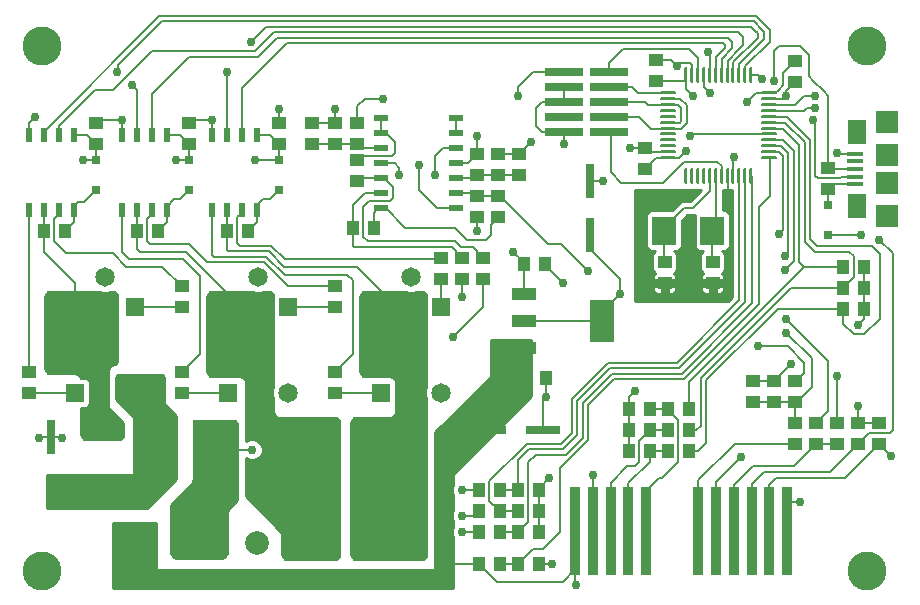
<source format=gtl>
G04 (created by PCBNEW-RS274X (2012-01-19 BZR 3256)-stable) date 11/6/2012 2:02:58 AM*
G01*
G70*
G90*
%MOIN*%
G04 Gerber Fmt 3.4, Leading zero omitted, Abs format*
%FSLAX34Y34*%
G04 APERTURE LIST*
%ADD10C,0.008000*%
%ADD11R,0.053100X0.015700*%
%ADD12R,0.063000X0.082700*%
%ADD13R,0.074800X0.074800*%
%ADD14R,0.060000X0.060000*%
%ADD15C,0.065000*%
%ADD16R,0.080000X0.144000*%
%ADD17R,0.080000X0.040000*%
%ADD18R,0.030000X0.030000*%
%ADD19R,0.020000X0.045000*%
%ADD20R,0.045000X0.020000*%
%ADD21R,0.045000X0.040000*%
%ADD22R,0.040000X0.045000*%
%ADD23O,0.010000X0.055100*%
%ADD24O,0.055100X0.010000*%
%ADD25R,0.078700X0.094500*%
%ADD26R,0.033500X0.295300*%
%ADD27C,0.078700*%
%ADD28R,0.125000X0.030000*%
%ADD29C,0.130000*%
%ADD30R,0.150000X0.200000*%
%ADD31R,0.031500X0.114200*%
%ADD32R,0.114200X0.031500*%
%ADD33C,0.030000*%
%ADD34C,0.010000*%
G04 APERTURE END LIST*
G54D10*
G54D11*
X63337Y-34862D03*
X63337Y-34606D03*
X63337Y-34350D03*
X63337Y-34094D03*
X63337Y-33838D03*
G54D12*
X63396Y-35570D03*
X63396Y-33130D03*
G54D13*
X64400Y-34822D03*
X64400Y-33878D03*
X64400Y-32775D03*
X64400Y-35925D03*
G54D14*
X44450Y-38950D03*
G54D15*
X43450Y-37950D03*
X42450Y-38950D03*
G54D14*
X37350Y-41800D03*
G54D15*
X38350Y-42800D03*
X39350Y-41800D03*
G54D14*
X39350Y-38950D03*
G54D15*
X38350Y-37950D03*
X37350Y-38950D03*
G54D14*
X42450Y-41800D03*
G54D15*
X43450Y-42800D03*
X44450Y-41800D03*
G54D14*
X49550Y-38950D03*
G54D15*
X48550Y-37950D03*
X47550Y-38950D03*
G54D14*
X47550Y-41800D03*
G54D15*
X48550Y-42800D03*
X49550Y-41800D03*
G54D16*
X54900Y-39400D03*
G54D17*
X52300Y-39400D03*
X52300Y-40300D03*
X52300Y-38500D03*
G54D18*
X44150Y-34050D03*
X44150Y-35050D03*
X41150Y-34050D03*
X41150Y-35050D03*
X38050Y-34050D03*
X38050Y-35050D03*
G54D19*
X37300Y-35700D03*
X36800Y-35700D03*
X36300Y-35700D03*
X35800Y-35700D03*
X35800Y-33200D03*
X36300Y-33200D03*
X36800Y-33200D03*
X37300Y-33200D03*
X40400Y-35700D03*
X39900Y-35700D03*
X39400Y-35700D03*
X38900Y-35700D03*
X38900Y-33200D03*
X39400Y-33200D03*
X39900Y-33200D03*
X40400Y-33200D03*
X43400Y-35700D03*
X42900Y-35700D03*
X42400Y-35700D03*
X41900Y-35700D03*
X41900Y-33200D03*
X42400Y-33200D03*
X42900Y-33200D03*
X43400Y-33200D03*
G54D20*
X50050Y-35650D03*
X50050Y-35150D03*
X50050Y-34650D03*
X50050Y-34150D03*
X50050Y-33650D03*
X50050Y-33150D03*
X50050Y-32650D03*
X47550Y-32650D03*
X47550Y-33150D03*
X47550Y-34150D03*
X47550Y-34650D03*
X47550Y-35150D03*
X47550Y-35650D03*
X47550Y-33650D03*
G54D21*
X51450Y-34550D03*
X51450Y-33850D03*
X50750Y-33850D03*
X50750Y-34550D03*
G54D22*
X55800Y-42350D03*
X56500Y-42350D03*
G54D21*
X40900Y-38250D03*
X40900Y-38950D03*
G54D22*
X55800Y-43750D03*
X56500Y-43750D03*
G54D21*
X62450Y-34300D03*
X62450Y-35000D03*
G54D22*
X55800Y-43050D03*
X56500Y-43050D03*
X57100Y-43050D03*
X57800Y-43050D03*
X57100Y-43750D03*
X57800Y-43750D03*
X57100Y-42350D03*
X57800Y-42350D03*
X52800Y-47500D03*
X52100Y-47500D03*
X50800Y-47500D03*
X51500Y-47500D03*
G54D21*
X51450Y-35950D03*
X51450Y-35250D03*
X46750Y-34750D03*
X46750Y-34050D03*
G54D22*
X46600Y-36300D03*
X47300Y-36300D03*
X52350Y-41300D03*
X53050Y-41300D03*
G54D21*
X35800Y-41100D03*
X35800Y-41800D03*
X46000Y-38250D03*
X46000Y-38950D03*
X40900Y-41100D03*
X40900Y-41800D03*
X49550Y-37300D03*
X49550Y-38000D03*
X46000Y-41100D03*
X46000Y-41800D03*
X46750Y-32800D03*
X46750Y-33500D03*
X46000Y-33500D03*
X46000Y-32800D03*
X50950Y-38000D03*
X50950Y-37300D03*
X50250Y-38000D03*
X50250Y-37300D03*
G54D22*
X53000Y-37500D03*
X52300Y-37500D03*
G54D21*
X58600Y-38150D03*
X58600Y-37450D03*
G54D22*
X62950Y-38300D03*
X63650Y-38300D03*
X62950Y-39000D03*
X63650Y-39000D03*
X62950Y-37600D03*
X63650Y-37600D03*
G54D21*
X52150Y-34550D03*
X52150Y-33850D03*
X50750Y-35250D03*
X50750Y-35950D03*
G54D22*
X37000Y-36400D03*
X36300Y-36400D03*
X40100Y-36400D03*
X39400Y-36400D03*
X43100Y-36400D03*
X42400Y-36400D03*
G54D21*
X45250Y-33500D03*
X45250Y-32800D03*
X57000Y-38150D03*
X57000Y-37450D03*
X62750Y-43500D03*
X62750Y-42800D03*
X60650Y-42100D03*
X60650Y-41400D03*
G54D22*
X52800Y-46450D03*
X52100Y-46450D03*
G54D21*
X64150Y-42800D03*
X64150Y-43500D03*
X61350Y-43500D03*
X61350Y-42800D03*
X63450Y-42800D03*
X63450Y-43500D03*
X61350Y-41400D03*
X61350Y-42100D03*
X59950Y-42100D03*
X59950Y-41400D03*
G54D22*
X50800Y-45750D03*
X51500Y-45750D03*
X52800Y-45750D03*
X52100Y-45750D03*
G54D21*
X62050Y-43500D03*
X62050Y-42800D03*
G54D22*
X50800Y-45050D03*
X51500Y-45050D03*
X52800Y-45050D03*
X52100Y-45050D03*
X50800Y-46450D03*
X51500Y-46450D03*
G54D23*
X57717Y-34573D03*
X57914Y-34573D03*
X58111Y-34573D03*
X58308Y-34573D03*
X58505Y-34573D03*
X58702Y-34573D03*
X58898Y-34573D03*
X59095Y-34573D03*
X59292Y-34573D03*
X59489Y-34573D03*
X59686Y-34573D03*
X59883Y-34573D03*
G54D24*
X60473Y-33983D03*
X60473Y-33786D03*
X60473Y-33589D03*
X60473Y-33392D03*
X60473Y-33195D03*
X60473Y-32998D03*
X60473Y-32802D03*
X60473Y-32605D03*
X60473Y-32408D03*
X60473Y-32211D03*
X60473Y-32014D03*
X60473Y-31817D03*
G54D23*
X59883Y-31227D03*
X59686Y-31227D03*
X59489Y-31227D03*
X59292Y-31227D03*
X59095Y-31227D03*
X58898Y-31227D03*
X58702Y-31227D03*
X58505Y-31227D03*
X58308Y-31227D03*
X58111Y-31227D03*
X57914Y-31227D03*
X57717Y-31227D03*
G54D24*
X57127Y-31817D03*
X57127Y-32014D03*
X57127Y-32211D03*
X57127Y-32408D03*
X57127Y-32605D03*
X57127Y-32802D03*
X57127Y-32998D03*
X57127Y-33195D03*
X57127Y-33392D03*
X57127Y-33589D03*
X57127Y-33786D03*
X57127Y-33983D03*
G54D25*
X58587Y-36400D03*
X56973Y-36400D03*
G54D26*
X58124Y-46402D03*
X58714Y-46402D03*
X59305Y-46402D03*
X59895Y-46402D03*
X60486Y-46402D03*
X61076Y-46402D03*
G54D27*
X39463Y-46800D03*
X41431Y-46800D03*
X43400Y-46800D03*
X45369Y-46800D03*
X47337Y-46800D03*
G54D26*
X54019Y-46402D03*
X54609Y-46402D03*
X55200Y-46402D03*
X55791Y-46402D03*
X56381Y-46402D03*
G54D28*
X53650Y-31100D03*
X55150Y-31100D03*
X53650Y-31600D03*
X55150Y-31600D03*
X53650Y-32100D03*
X55150Y-32100D03*
X53650Y-32600D03*
X55150Y-32600D03*
X53650Y-33100D03*
X55150Y-33100D03*
G54D29*
X36250Y-30250D03*
X36250Y-47750D03*
X63750Y-47750D03*
X63750Y-30250D03*
G54D30*
X42000Y-43700D03*
X40000Y-43700D03*
G54D18*
X62450Y-35550D03*
X62450Y-36550D03*
G54D31*
X54500Y-36556D03*
X54500Y-34744D03*
G54D32*
X51144Y-43050D03*
X52956Y-43050D03*
G54D31*
X36550Y-43294D03*
X36550Y-45106D03*
G54D21*
X38050Y-33500D03*
X38050Y-32800D03*
X41150Y-33500D03*
X41150Y-32800D03*
X44150Y-33500D03*
X44150Y-32800D03*
X56350Y-34350D03*
X56350Y-33650D03*
X61350Y-30750D03*
X61350Y-31450D03*
X56700Y-31400D03*
X56700Y-30700D03*
G54D33*
X54050Y-48200D03*
X36900Y-43300D03*
X36150Y-43300D03*
X63550Y-36550D03*
X40700Y-34050D03*
X43350Y-34050D03*
X37600Y-34050D03*
X50750Y-33250D03*
X59750Y-32100D03*
X55500Y-38500D03*
X57700Y-33750D03*
X63450Y-42250D03*
X57950Y-31900D03*
X47600Y-32000D03*
X56000Y-41750D03*
X52100Y-31900D03*
X60100Y-40250D03*
X59300Y-33950D03*
X53600Y-38150D03*
X54450Y-37750D03*
X57850Y-33250D03*
X38750Y-31100D03*
X39250Y-31550D03*
X42400Y-31100D03*
X43200Y-30100D03*
X61050Y-39800D03*
X60800Y-36500D03*
X48800Y-34200D03*
X60250Y-31350D03*
X61050Y-39350D03*
X61000Y-37700D03*
X55850Y-33650D03*
X49350Y-34550D03*
X57400Y-30900D03*
X36000Y-32600D03*
X54950Y-34750D03*
X53050Y-41950D03*
X61050Y-31900D03*
X56250Y-35500D03*
X43250Y-43700D03*
X62750Y-41250D03*
X53150Y-44650D03*
X48150Y-34550D03*
X50250Y-38600D03*
X51950Y-37100D03*
X56800Y-35350D03*
X46000Y-32350D03*
X63450Y-39550D03*
X54600Y-44550D03*
X62750Y-33800D03*
X41900Y-32700D03*
X38900Y-32700D03*
X44150Y-32350D03*
X53250Y-47500D03*
X61200Y-40850D03*
X50750Y-36400D03*
X53650Y-33500D03*
X52550Y-33450D03*
X61500Y-45450D03*
X62000Y-31900D03*
X64550Y-43900D03*
X64150Y-36700D03*
X62000Y-32300D03*
X49950Y-39950D03*
X61000Y-37250D03*
X59550Y-43950D03*
X50250Y-45900D03*
X50250Y-45050D03*
X50250Y-46450D03*
X58500Y-31800D03*
X60650Y-31400D03*
X61950Y-32700D03*
X58450Y-30450D03*
G54D10*
X54050Y-48200D02*
X54019Y-48169D01*
X36550Y-43294D02*
X36156Y-43294D01*
X36894Y-43294D02*
X36900Y-43300D01*
X62450Y-36550D02*
X63550Y-36550D01*
X54019Y-48169D02*
X54019Y-46402D01*
X36550Y-43294D02*
X36894Y-43294D01*
X50800Y-47500D02*
X49600Y-47500D01*
X44150Y-33500D02*
X44150Y-34050D01*
X40850Y-33200D02*
X41150Y-33500D01*
X37300Y-33200D02*
X37750Y-33200D01*
X37750Y-33200D02*
X38050Y-33500D01*
X51400Y-48100D02*
X50800Y-47500D01*
X41150Y-34050D02*
X40700Y-34050D01*
X41150Y-33500D02*
X41150Y-34050D01*
X38050Y-33500D02*
X38050Y-34050D01*
X43400Y-33200D02*
X43850Y-33200D01*
X43850Y-33200D02*
X44150Y-33500D01*
X40400Y-33200D02*
X40850Y-33200D01*
X54019Y-46402D02*
X54019Y-47681D01*
X54019Y-47681D02*
X53600Y-48100D01*
X53600Y-48100D02*
X51400Y-48100D01*
X44150Y-34050D02*
X43350Y-34050D01*
X38050Y-34050D02*
X37600Y-34050D01*
X36156Y-43294D02*
X36150Y-43300D01*
X57127Y-33983D02*
X56717Y-33983D01*
X56717Y-33983D02*
X56350Y-34350D01*
X57127Y-33983D02*
X57467Y-33983D01*
X55500Y-38000D02*
X55500Y-38500D01*
X60950Y-31550D02*
X60950Y-31150D01*
X60683Y-31817D02*
X60473Y-31817D01*
X61350Y-30750D02*
X60950Y-31150D01*
X57650Y-31400D02*
X57717Y-31333D01*
X54900Y-39100D02*
X54900Y-39400D01*
X57467Y-33983D02*
X57700Y-33750D01*
X54900Y-39100D02*
X55500Y-38500D01*
X57600Y-31400D02*
X57650Y-31400D01*
X57717Y-31667D02*
X57950Y-31900D01*
X50750Y-33850D02*
X50750Y-33250D01*
X60033Y-31817D02*
X59750Y-32100D01*
X53000Y-37550D02*
X53600Y-38150D01*
X46750Y-32800D02*
X46750Y-32250D01*
X60473Y-31817D02*
X60033Y-31817D01*
X60800Y-31700D02*
X60950Y-31550D01*
X60800Y-31700D02*
X60683Y-31817D01*
X54500Y-36556D02*
X54500Y-37000D01*
X59292Y-33958D02*
X59300Y-33950D01*
X47000Y-32000D02*
X47600Y-32000D01*
X57717Y-31333D02*
X57717Y-31227D01*
X46750Y-32250D02*
X47000Y-32000D01*
X52100Y-31600D02*
X52100Y-31900D01*
X61400Y-41400D02*
X61650Y-41150D01*
X55800Y-43750D02*
X55800Y-43050D01*
X53000Y-37500D02*
X53000Y-37550D01*
X59292Y-34573D02*
X59292Y-33958D01*
X55800Y-41950D02*
X56000Y-41750D01*
X61100Y-40250D02*
X60100Y-40250D01*
X55800Y-42350D02*
X55800Y-41950D01*
X52300Y-39400D02*
X54900Y-39400D01*
X50050Y-34150D02*
X50450Y-34150D01*
X55800Y-43050D02*
X55800Y-42350D01*
X52600Y-31100D02*
X52100Y-31600D01*
X63450Y-42800D02*
X64150Y-42800D01*
X56700Y-31400D02*
X57600Y-31400D01*
X54500Y-37000D02*
X55500Y-38000D01*
X63450Y-42800D02*
X63450Y-42250D01*
X53650Y-31100D02*
X52600Y-31100D01*
X61350Y-41400D02*
X61400Y-41400D01*
X61650Y-41150D02*
X61650Y-40800D01*
X57717Y-31227D02*
X57717Y-31667D01*
X50450Y-34150D02*
X50750Y-33850D01*
X61650Y-40800D02*
X61100Y-40250D01*
X63337Y-34862D02*
X62588Y-34862D01*
X62450Y-35550D02*
X62450Y-35000D01*
X62588Y-34862D02*
X62450Y-35000D01*
X51450Y-35250D02*
X51500Y-35250D01*
X51500Y-35250D02*
X53100Y-36850D01*
X50650Y-35150D02*
X50750Y-35250D01*
X53550Y-36850D02*
X54450Y-37750D01*
X53100Y-36850D02*
X53550Y-36850D01*
X57850Y-33250D02*
X57905Y-33195D01*
X50050Y-35150D02*
X50650Y-35150D01*
X57905Y-33195D02*
X60473Y-33195D01*
X51450Y-35250D02*
X50750Y-35250D01*
X53550Y-43500D02*
X53900Y-43150D01*
X52400Y-43500D02*
X53550Y-43500D01*
X55100Y-40800D02*
X57418Y-40800D01*
X51500Y-45750D02*
X51150Y-45400D01*
X57418Y-40800D02*
X59489Y-38729D01*
X53900Y-42000D02*
X55100Y-40800D01*
X51500Y-45750D02*
X52100Y-45750D01*
X53900Y-43150D02*
X53900Y-42000D01*
X51150Y-45400D02*
X51150Y-44750D01*
X51150Y-44750D02*
X52400Y-43500D01*
X59489Y-38729D02*
X59489Y-34573D01*
X52100Y-45050D02*
X51500Y-45050D01*
X52100Y-45050D02*
X52100Y-44058D01*
X59686Y-38790D02*
X57490Y-40986D01*
X59686Y-38790D02*
X59686Y-34573D01*
X52476Y-43682D02*
X53626Y-43682D01*
X54082Y-42076D02*
X55172Y-40986D01*
X54082Y-43226D02*
X54082Y-42076D01*
X53626Y-43682D02*
X54082Y-43226D01*
X55172Y-40986D02*
X57490Y-40986D01*
X52100Y-44058D02*
X52476Y-43682D01*
X52450Y-44114D02*
X52700Y-43864D01*
X52450Y-46100D02*
X52450Y-44114D01*
X59917Y-38817D02*
X59917Y-34607D01*
X52450Y-46100D02*
X52100Y-46450D01*
X57566Y-41168D02*
X59917Y-38817D01*
X54264Y-43302D02*
X53702Y-43864D01*
X54264Y-42152D02*
X55248Y-41168D01*
X54264Y-43302D02*
X54264Y-42152D01*
X52700Y-43864D02*
X53702Y-43864D01*
X51500Y-46450D02*
X52100Y-46450D01*
X59883Y-34573D02*
X59917Y-34607D01*
X57566Y-41168D02*
X55248Y-41168D01*
X54446Y-43378D02*
X54446Y-42228D01*
X54446Y-42228D02*
X55324Y-41350D01*
X53500Y-44324D02*
X54446Y-43378D01*
X53500Y-46450D02*
X53500Y-44324D01*
X52950Y-47000D02*
X53500Y-46450D01*
X60473Y-33983D02*
X60500Y-34010D01*
X60146Y-38846D02*
X60146Y-35604D01*
X52600Y-47000D02*
X52100Y-47500D01*
X57642Y-41350D02*
X60146Y-38846D01*
X60146Y-35604D02*
X60500Y-35250D01*
X55324Y-41350D02*
X57642Y-41350D01*
X52600Y-47000D02*
X52950Y-47000D01*
X60500Y-35250D02*
X60500Y-34010D01*
X51500Y-47500D02*
X52100Y-47500D01*
X59095Y-30731D02*
X59463Y-30363D01*
X59600Y-29950D02*
X59436Y-29786D01*
X36800Y-33200D02*
X36800Y-32900D01*
X39900Y-30400D02*
X38600Y-31700D01*
X59463Y-30363D02*
X59600Y-30226D01*
X59600Y-30226D02*
X59600Y-29950D01*
X43350Y-30400D02*
X39900Y-30400D01*
X38000Y-31700D02*
X36800Y-32900D01*
X59436Y-29786D02*
X58736Y-29786D01*
X43964Y-29786D02*
X43350Y-30400D01*
X59095Y-30731D02*
X59095Y-31227D01*
X38600Y-31700D02*
X38000Y-31700D01*
X58736Y-29786D02*
X43964Y-29786D01*
X40160Y-29240D02*
X36300Y-33100D01*
X59686Y-31227D02*
X59686Y-30914D01*
X59190Y-29240D02*
X40160Y-29240D01*
X59686Y-30914D02*
X60500Y-30100D01*
X60500Y-30100D02*
X60500Y-29700D01*
X60040Y-29240D02*
X59190Y-29240D01*
X60500Y-29700D02*
X60040Y-29240D01*
X36300Y-33100D02*
X36300Y-33200D01*
X59250Y-30318D02*
X59250Y-30118D01*
X58898Y-30670D02*
X59250Y-30318D01*
X58898Y-31227D02*
X58898Y-30670D01*
X39900Y-31850D02*
X39900Y-33200D01*
X58566Y-29968D02*
X44082Y-29968D01*
X41150Y-30600D02*
X39900Y-31850D01*
X43450Y-30600D02*
X41150Y-30600D01*
X44082Y-29968D02*
X43450Y-30600D01*
X59100Y-29968D02*
X58566Y-29968D01*
X59250Y-30118D02*
X59100Y-29968D01*
X38779Y-30879D02*
X38779Y-31071D01*
X38779Y-31071D02*
X38750Y-31100D01*
X59072Y-29422D02*
X40236Y-29422D01*
X59489Y-30853D02*
X59489Y-31227D01*
X40236Y-29422D02*
X38779Y-30879D01*
X60246Y-29704D02*
X59964Y-29422D01*
X60318Y-29776D02*
X60246Y-29704D01*
X60318Y-30000D02*
X60318Y-30024D01*
X60318Y-29800D02*
X60318Y-30000D01*
X60318Y-29800D02*
X60318Y-29776D01*
X60318Y-30024D02*
X60246Y-30096D01*
X59489Y-30853D02*
X59821Y-30521D01*
X59821Y-30521D02*
X60246Y-30096D01*
X59964Y-29422D02*
X59072Y-29422D01*
X39250Y-31550D02*
X39400Y-31700D01*
X39400Y-33200D02*
X39400Y-31700D01*
X58702Y-31227D02*
X58702Y-30608D01*
X44400Y-30150D02*
X42900Y-31650D01*
X58400Y-30150D02*
X44400Y-30150D01*
X42900Y-31650D02*
X42900Y-33200D01*
X58950Y-30150D02*
X58400Y-30150D01*
X59000Y-30200D02*
X58950Y-30150D01*
X59000Y-30310D02*
X59000Y-30200D01*
X58702Y-30608D02*
X59000Y-30310D01*
X58854Y-29604D02*
X43696Y-29604D01*
X59292Y-30792D02*
X59292Y-31227D01*
X59888Y-29604D02*
X60017Y-29733D01*
X42400Y-33200D02*
X42400Y-31100D01*
X59292Y-30792D02*
X60100Y-29984D01*
X43696Y-29604D02*
X43200Y-30100D01*
X59800Y-29604D02*
X59804Y-29604D01*
X60100Y-29984D02*
X60100Y-29816D01*
X58854Y-29604D02*
X59800Y-29604D01*
X60100Y-29816D02*
X60017Y-29733D01*
X59800Y-29604D02*
X59888Y-29604D01*
X61208Y-38300D02*
X62950Y-38300D01*
X63150Y-37100D02*
X63300Y-37250D01*
X62000Y-37100D02*
X63150Y-37100D01*
X58200Y-41308D02*
X61208Y-38300D01*
X63300Y-37950D02*
X62950Y-38300D01*
X63300Y-37950D02*
X63300Y-37250D01*
X60473Y-32802D02*
X61010Y-32802D01*
X58200Y-42900D02*
X58200Y-41308D01*
X61664Y-33456D02*
X61664Y-36764D01*
X58050Y-43050D02*
X58200Y-42900D01*
X57800Y-43050D02*
X58050Y-43050D01*
X61664Y-33456D02*
X61010Y-32802D01*
X61664Y-36764D02*
X62000Y-37100D01*
X61071Y-32605D02*
X61846Y-33380D01*
X62950Y-39000D02*
X62950Y-39500D01*
X64168Y-39332D02*
X63650Y-39850D01*
X61071Y-32605D02*
X60473Y-32605D01*
X61846Y-36688D02*
X62076Y-36918D01*
X64168Y-37168D02*
X64168Y-39332D01*
X61846Y-36688D02*
X61846Y-33380D01*
X63300Y-39850D02*
X62950Y-39500D01*
X58382Y-41384D02*
X60766Y-39000D01*
X57800Y-43750D02*
X58100Y-43750D01*
X58100Y-43750D02*
X58382Y-43468D01*
X60766Y-39000D02*
X62950Y-39000D01*
X63918Y-36918D02*
X64168Y-37168D01*
X62076Y-36918D02*
X63918Y-36918D01*
X58382Y-43468D02*
X58382Y-41384D01*
X63650Y-39850D02*
X63300Y-39850D01*
X60473Y-32998D02*
X60948Y-32998D01*
X57800Y-41450D02*
X61650Y-37600D01*
X61482Y-33532D02*
X60948Y-32998D01*
X61482Y-37432D02*
X61650Y-37600D01*
X61650Y-37600D02*
X62950Y-37600D01*
X57800Y-42350D02*
X57800Y-41450D01*
X61482Y-33532D02*
X61482Y-37432D01*
X61400Y-42100D02*
X61900Y-41600D01*
X61350Y-42800D02*
X61350Y-42100D01*
X60800Y-36500D02*
X60936Y-36364D01*
X61350Y-42100D02*
X60650Y-42100D01*
X61900Y-40650D02*
X61050Y-39800D01*
X60820Y-33786D02*
X60473Y-33786D01*
X61900Y-41600D02*
X61900Y-40650D01*
X60936Y-33902D02*
X60820Y-33786D01*
X60650Y-42100D02*
X59950Y-42100D01*
X61350Y-42100D02*
X61400Y-42100D01*
X60936Y-36364D02*
X60936Y-33902D01*
X60250Y-31350D02*
X60127Y-31227D01*
X49400Y-35650D02*
X48800Y-35050D01*
X49400Y-35650D02*
X50050Y-35650D01*
X60127Y-31227D02*
X59883Y-31227D01*
X48800Y-35050D02*
X48800Y-34200D01*
X62050Y-42800D02*
X62450Y-42400D01*
X61300Y-33750D02*
X60942Y-33392D01*
X60942Y-33392D02*
X60473Y-33392D01*
X62450Y-42400D02*
X62450Y-40750D01*
X62450Y-40750D02*
X61050Y-39350D01*
X61000Y-37700D02*
X61300Y-37400D01*
X61300Y-37400D02*
X61300Y-33750D01*
X56350Y-33650D02*
X55850Y-33650D01*
X57127Y-33786D02*
X56486Y-33786D01*
X56486Y-33786D02*
X56350Y-33650D01*
X54500Y-34744D02*
X54944Y-34744D01*
X57200Y-30700D02*
X57400Y-30900D01*
X57500Y-30800D02*
X57400Y-30900D01*
X54944Y-34744D02*
X54950Y-34750D01*
X53650Y-32100D02*
X52900Y-32100D01*
X62750Y-42800D02*
X62750Y-41250D01*
X57914Y-30864D02*
X57850Y-30800D01*
X57914Y-30864D02*
X57914Y-31227D01*
X57850Y-30800D02*
X57500Y-30800D01*
X56700Y-30700D02*
X57200Y-30700D01*
X50250Y-38000D02*
X50250Y-38600D01*
X52700Y-32300D02*
X52700Y-32900D01*
X53050Y-41950D02*
X53050Y-41300D01*
X61050Y-31750D02*
X61350Y-31450D01*
X60473Y-32014D02*
X60936Y-32014D01*
X60936Y-32014D02*
X61050Y-31900D01*
X63650Y-37600D02*
X63650Y-38300D01*
X52150Y-33850D02*
X52550Y-33450D01*
X52900Y-33100D02*
X53650Y-33100D01*
X53650Y-31600D02*
X53650Y-32100D01*
X59200Y-35600D02*
X59200Y-37850D01*
X49600Y-33650D02*
X49350Y-33900D01*
X58900Y-38150D02*
X58600Y-38150D01*
X52300Y-37450D02*
X51950Y-37100D01*
X50750Y-35950D02*
X50750Y-36400D01*
X48150Y-34300D02*
X48150Y-34550D01*
X48000Y-34150D02*
X48150Y-34300D01*
X52800Y-47500D02*
X53250Y-47500D01*
X57000Y-38150D02*
X56400Y-38150D01*
X52956Y-43050D02*
X52956Y-42044D01*
X52800Y-45750D02*
X52800Y-45050D01*
X63650Y-38300D02*
X63650Y-39000D01*
X56250Y-38000D02*
X56250Y-35500D01*
X59095Y-34573D02*
X59095Y-35495D01*
X59200Y-37850D02*
X58900Y-38150D01*
X44150Y-32800D02*
X44150Y-32350D01*
X59095Y-35495D02*
X59200Y-35600D01*
X52956Y-42044D02*
X53050Y-41950D01*
X49350Y-33900D02*
X49350Y-34550D01*
X46000Y-32800D02*
X45250Y-32800D01*
X60650Y-41400D02*
X61200Y-40850D01*
X54609Y-46402D02*
X54609Y-44559D01*
X61076Y-46402D02*
X61076Y-45574D01*
X63650Y-39350D02*
X63450Y-39550D01*
X54609Y-44559D02*
X54600Y-44550D01*
X63650Y-39000D02*
X63650Y-39350D01*
X38150Y-32700D02*
X38900Y-32700D01*
X41900Y-32700D02*
X41900Y-33200D01*
X62788Y-33838D02*
X62750Y-33800D01*
X63337Y-33838D02*
X62788Y-33838D01*
X41250Y-32700D02*
X41900Y-32700D01*
X38050Y-32800D02*
X38150Y-32700D01*
X38900Y-32700D02*
X38900Y-33200D01*
X52700Y-32900D02*
X52900Y-33100D01*
X47550Y-34150D02*
X48000Y-34150D01*
X61050Y-31900D02*
X61050Y-31750D01*
X41150Y-32800D02*
X41250Y-32700D01*
X35800Y-33200D02*
X35800Y-32800D01*
X50050Y-33650D02*
X49600Y-33650D01*
X52800Y-46450D02*
X52800Y-45750D01*
X52800Y-45000D02*
X53150Y-44650D01*
X59950Y-41400D02*
X60650Y-41400D01*
X52900Y-32100D02*
X52700Y-32300D01*
X52300Y-38500D02*
X52300Y-37500D01*
X46000Y-32800D02*
X46000Y-32350D01*
X51450Y-33850D02*
X52150Y-33850D01*
X52800Y-45050D02*
X52800Y-45000D01*
X53650Y-33100D02*
X53650Y-33500D01*
X52300Y-37500D02*
X52300Y-37450D01*
X61076Y-45574D02*
X61200Y-45450D01*
X61200Y-45450D02*
X61500Y-45450D01*
X43250Y-43700D02*
X42000Y-43700D01*
X56400Y-38150D02*
X56250Y-38000D01*
X35800Y-32800D02*
X36000Y-32600D01*
X60473Y-32211D02*
X61339Y-32211D01*
X64550Y-43900D02*
X64150Y-43500D01*
X60486Y-44864D02*
X60700Y-44650D01*
X63000Y-44650D02*
X64150Y-43500D01*
X60700Y-44650D02*
X63000Y-44650D01*
X60486Y-46402D02*
X60486Y-44864D01*
X62000Y-31900D02*
X61650Y-31900D01*
X61400Y-32150D02*
X61350Y-32200D01*
X61650Y-31900D02*
X61400Y-32150D01*
X61339Y-32211D02*
X61350Y-32200D01*
X63450Y-43500D02*
X63800Y-43150D01*
X59895Y-46402D02*
X59895Y-44855D01*
X60300Y-44450D02*
X62500Y-44450D01*
X59895Y-44855D02*
X60300Y-44450D01*
X64600Y-43050D02*
X64600Y-37150D01*
X61642Y-32408D02*
X60473Y-32408D01*
X62000Y-32300D02*
X61750Y-32300D01*
X61750Y-32300D02*
X61642Y-32408D01*
X63800Y-43150D02*
X64500Y-43150D01*
X62500Y-44450D02*
X63450Y-43500D01*
X64600Y-37150D02*
X64150Y-36700D01*
X64500Y-43150D02*
X64600Y-43050D01*
X55200Y-46402D02*
X55200Y-44800D01*
X55200Y-44800D02*
X55750Y-44250D01*
X56000Y-44250D02*
X56150Y-44100D01*
X56150Y-44100D02*
X56150Y-43400D01*
X56150Y-43400D02*
X56500Y-43050D01*
X56500Y-43050D02*
X57100Y-43050D01*
X55750Y-44250D02*
X56000Y-44250D01*
X56500Y-43750D02*
X57100Y-43750D01*
X55791Y-46402D02*
X55791Y-44809D01*
X55791Y-44809D02*
X56500Y-44100D01*
X56500Y-44100D02*
X56500Y-43750D01*
X57450Y-44100D02*
X57450Y-42700D01*
X57450Y-42700D02*
X57100Y-42350D01*
X56900Y-44650D02*
X57450Y-44100D01*
X56800Y-44650D02*
X56900Y-44650D01*
X56381Y-45069D02*
X56800Y-44650D01*
X57100Y-42350D02*
X56500Y-42350D01*
X56381Y-46402D02*
X56381Y-45069D01*
X58124Y-44726D02*
X59350Y-43500D01*
X58124Y-46402D02*
X58124Y-44726D01*
X59350Y-43500D02*
X61350Y-43500D01*
X50950Y-38950D02*
X50950Y-38000D01*
X49950Y-39950D02*
X50950Y-38950D01*
X46900Y-33650D02*
X46750Y-33500D01*
X47550Y-33650D02*
X46900Y-33650D01*
X46000Y-33500D02*
X46750Y-33500D01*
X45250Y-33500D02*
X46000Y-33500D01*
X51450Y-34550D02*
X52150Y-34550D01*
X50750Y-34550D02*
X51450Y-34550D01*
X50050Y-34650D02*
X50650Y-34650D01*
X50650Y-34650D02*
X50750Y-34550D01*
X43726Y-37268D02*
X44329Y-37871D01*
X46600Y-40500D02*
X46000Y-41100D01*
X41968Y-37268D02*
X43726Y-37268D01*
X41900Y-35700D02*
X41900Y-37200D01*
X46421Y-37871D02*
X46600Y-38050D01*
X44329Y-37871D02*
X46421Y-37871D01*
X41900Y-37200D02*
X41968Y-37268D01*
X46600Y-38050D02*
X46600Y-40500D01*
X46000Y-41800D02*
X47550Y-41800D01*
X49550Y-38000D02*
X49550Y-38950D01*
X57560Y-32998D02*
X57127Y-32998D01*
X57127Y-32014D02*
X57522Y-32014D01*
X55150Y-32600D02*
X56150Y-32600D01*
X57732Y-32224D02*
X57732Y-32826D01*
X56548Y-32998D02*
X57127Y-32998D01*
X57522Y-32014D02*
X57732Y-32224D01*
X56150Y-32600D02*
X56548Y-32998D01*
X57732Y-32826D02*
X57560Y-32998D01*
X35800Y-35700D02*
X35800Y-41100D01*
X37350Y-41800D02*
X35800Y-41800D01*
X38600Y-37150D02*
X39050Y-37600D01*
X37050Y-37150D02*
X38600Y-37150D01*
X36800Y-35850D02*
X36650Y-36000D01*
X39050Y-37600D02*
X40250Y-37600D01*
X36650Y-36750D02*
X37050Y-37150D01*
X40250Y-37600D02*
X40900Y-38250D01*
X36650Y-36000D02*
X36650Y-36750D01*
X36800Y-35700D02*
X36800Y-35850D01*
X40900Y-38950D02*
X39350Y-38950D01*
X42900Y-35800D02*
X42750Y-35950D01*
X42850Y-36900D02*
X43874Y-36900D01*
X49487Y-37363D02*
X49550Y-37300D01*
X43874Y-36900D02*
X44337Y-37363D01*
X42750Y-35950D02*
X42750Y-36800D01*
X44337Y-37363D02*
X49487Y-37363D01*
X42750Y-36800D02*
X42850Y-36900D01*
X42900Y-35700D02*
X42900Y-35800D01*
X41500Y-37900D02*
X41500Y-40500D01*
X40950Y-37350D02*
X41500Y-37900D01*
X41500Y-40500D02*
X40900Y-41100D01*
X39150Y-37350D02*
X40950Y-37350D01*
X38900Y-37100D02*
X39150Y-37350D01*
X38900Y-35700D02*
X38900Y-37100D01*
X40650Y-35350D02*
X40400Y-35600D01*
X41150Y-35050D02*
X40850Y-35350D01*
X40400Y-35600D02*
X40400Y-35700D01*
X40850Y-35350D02*
X40650Y-35350D01*
X40100Y-36400D02*
X40400Y-36100D01*
X40400Y-36100D02*
X40400Y-35700D01*
X43650Y-37450D02*
X44450Y-38250D01*
X41750Y-37450D02*
X43650Y-37450D01*
X39750Y-36750D02*
X39850Y-36850D01*
X39900Y-35850D02*
X39750Y-36000D01*
X44450Y-38250D02*
X46000Y-38250D01*
X39850Y-36850D02*
X41150Y-36850D01*
X39900Y-35700D02*
X39900Y-35850D01*
X41150Y-36850D02*
X41750Y-37450D01*
X39750Y-36000D02*
X39750Y-36750D01*
X46000Y-38950D02*
X44450Y-38950D01*
X40900Y-41800D02*
X42450Y-41800D01*
X56117Y-31817D02*
X57127Y-31817D01*
X55900Y-31600D02*
X56117Y-31817D01*
X55150Y-31600D02*
X55900Y-31600D01*
X51200Y-36200D02*
X51450Y-35950D01*
X47300Y-36300D02*
X47300Y-35800D01*
X50000Y-36300D02*
X50400Y-36700D01*
X47300Y-35800D02*
X47450Y-35650D01*
X47450Y-35650D02*
X47550Y-35650D01*
X50400Y-36700D02*
X51050Y-36700D01*
X47700Y-35650D02*
X48350Y-36300D01*
X48350Y-36300D02*
X50000Y-36300D01*
X51200Y-36550D02*
X51200Y-36200D01*
X51050Y-36700D02*
X51200Y-36550D01*
X47550Y-35650D02*
X47700Y-35650D01*
X46950Y-36600D02*
X46950Y-35600D01*
X47850Y-35400D02*
X47950Y-35300D01*
X50600Y-36950D02*
X50200Y-36950D01*
X50950Y-37300D02*
X50600Y-36950D01*
X50000Y-36750D02*
X47100Y-36750D01*
X50200Y-36950D02*
X50000Y-36750D01*
X47150Y-35400D02*
X47850Y-35400D01*
X47650Y-34650D02*
X47550Y-34650D01*
X47100Y-36750D02*
X46950Y-36600D01*
X46850Y-34650D02*
X46750Y-34750D01*
X47550Y-34650D02*
X46850Y-34650D01*
X46950Y-35600D02*
X47150Y-35400D01*
X47950Y-35300D02*
X47950Y-34950D01*
X47950Y-34950D02*
X47650Y-34650D01*
X58111Y-31227D02*
X58111Y-30643D01*
X55150Y-30800D02*
X55150Y-31100D01*
X55618Y-30332D02*
X55150Y-30800D01*
X57800Y-30332D02*
X55618Y-30332D01*
X58111Y-30643D02*
X57800Y-30332D01*
X57950Y-35650D02*
X57650Y-35650D01*
X57650Y-35650D02*
X56973Y-36327D01*
X56973Y-36400D02*
X56973Y-37423D01*
X56973Y-36327D02*
X56973Y-36400D01*
X56973Y-37423D02*
X57000Y-37450D01*
X58505Y-34573D02*
X58505Y-35095D01*
X58505Y-35095D02*
X57950Y-35650D01*
X58587Y-36400D02*
X58587Y-37437D01*
X58702Y-34573D02*
X58702Y-36285D01*
X58702Y-36285D02*
X58587Y-36400D01*
X58587Y-37437D02*
X58600Y-37450D01*
X38050Y-35050D02*
X37650Y-35450D01*
X37000Y-36400D02*
X37300Y-36100D01*
X37300Y-35600D02*
X37300Y-35700D01*
X37450Y-35450D02*
X37300Y-35600D01*
X37650Y-35450D02*
X37450Y-35450D01*
X37300Y-36100D02*
X37300Y-35700D01*
X57550Y-32750D02*
X57498Y-32802D01*
X56350Y-32100D02*
X56461Y-32211D01*
X57550Y-32300D02*
X57550Y-32750D01*
X57127Y-32211D02*
X57461Y-32211D01*
X57498Y-32802D02*
X57127Y-32802D01*
X56461Y-32211D02*
X57127Y-32211D01*
X55150Y-32100D02*
X56350Y-32100D01*
X57461Y-32211D02*
X57550Y-32300D01*
X46650Y-36950D02*
X46600Y-36900D01*
X47000Y-35150D02*
X47550Y-35150D01*
X46600Y-36900D02*
X46600Y-36300D01*
X49900Y-36950D02*
X46650Y-36950D01*
X46600Y-35550D02*
X47000Y-35150D01*
X50250Y-37300D02*
X49900Y-36950D01*
X46600Y-36300D02*
X46600Y-35550D01*
X43100Y-36400D02*
X43400Y-36100D01*
X43400Y-35550D02*
X43400Y-35700D01*
X44150Y-35050D02*
X43850Y-35350D01*
X43600Y-35350D02*
X43400Y-35550D01*
X43850Y-35350D02*
X43600Y-35350D01*
X43400Y-36100D02*
X43400Y-35700D01*
X55200Y-33150D02*
X55200Y-34450D01*
X56950Y-34800D02*
X55550Y-34800D01*
X55150Y-33100D02*
X55200Y-33150D01*
X58898Y-34248D02*
X58898Y-34573D01*
X57250Y-34500D02*
X57650Y-34100D01*
X58750Y-34100D02*
X58898Y-34248D01*
X57650Y-34100D02*
X58750Y-34100D01*
X57250Y-34500D02*
X56950Y-34800D01*
X55550Y-34800D02*
X55200Y-34450D01*
X59950Y-44250D02*
X61300Y-44250D01*
X62750Y-43500D02*
X62050Y-43500D01*
X59305Y-46402D02*
X59305Y-44895D01*
X59305Y-44895D02*
X59950Y-44250D01*
X61300Y-44250D02*
X62050Y-43500D01*
X60473Y-33589D02*
X60881Y-33589D01*
X59550Y-43950D02*
X58714Y-44786D01*
X60881Y-33589D02*
X61118Y-33826D01*
X61118Y-37132D02*
X61000Y-37250D01*
X58714Y-44786D02*
X58714Y-46402D01*
X61118Y-33826D02*
X61118Y-37132D01*
X37350Y-38150D02*
X37350Y-38950D01*
X36300Y-36400D02*
X36300Y-37100D01*
X36300Y-37100D02*
X37350Y-38150D01*
X50650Y-45900D02*
X50800Y-45750D01*
X50250Y-45900D02*
X50650Y-45900D01*
X36300Y-35700D02*
X36300Y-36400D01*
X42450Y-38500D02*
X42450Y-38950D01*
X39400Y-35700D02*
X39400Y-36400D01*
X50250Y-45050D02*
X50800Y-45050D01*
X39500Y-37100D02*
X41050Y-37100D01*
X39400Y-37000D02*
X39500Y-37100D01*
X39400Y-36400D02*
X39400Y-37000D01*
X41050Y-37100D02*
X42450Y-38500D01*
X50250Y-46450D02*
X50800Y-46450D01*
X46750Y-37600D02*
X47550Y-38400D01*
X47550Y-38400D02*
X47550Y-38950D01*
X42450Y-37086D02*
X43802Y-37086D01*
X42400Y-35700D02*
X42400Y-36400D01*
X43802Y-37086D02*
X44316Y-37600D01*
X42400Y-36400D02*
X42400Y-37036D01*
X42400Y-37036D02*
X42450Y-37086D01*
X44316Y-37600D02*
X46750Y-37600D01*
X50050Y-32650D02*
X50050Y-33150D01*
X63337Y-34350D02*
X62500Y-34350D01*
X58308Y-31608D02*
X58500Y-31800D01*
X62500Y-34350D02*
X62450Y-34300D01*
X60650Y-30400D02*
X60800Y-30250D01*
X60800Y-30250D02*
X61500Y-30250D01*
X61500Y-30250D02*
X61800Y-30550D01*
X61800Y-30550D02*
X61800Y-31250D01*
X61800Y-31250D02*
X61950Y-31400D01*
X61950Y-31400D02*
X62300Y-31750D01*
X62300Y-31750D02*
X62450Y-31900D01*
X58308Y-31227D02*
X58308Y-31608D01*
X60650Y-31400D02*
X60650Y-30400D01*
X62450Y-31900D02*
X62450Y-34300D01*
X62028Y-32778D02*
X61950Y-32700D01*
X62850Y-34650D02*
X62100Y-34650D01*
X63337Y-34606D02*
X62894Y-34606D01*
X62028Y-34578D02*
X62028Y-32778D01*
X62100Y-34650D02*
X62028Y-34578D01*
X62894Y-34606D02*
X62850Y-34650D01*
X58450Y-30450D02*
X58505Y-30505D01*
X58505Y-30505D02*
X58505Y-31227D01*
X47550Y-33150D02*
X47700Y-33150D01*
X46900Y-33900D02*
X46750Y-34050D01*
X47900Y-33900D02*
X46900Y-33900D01*
X48000Y-33800D02*
X47900Y-33900D01*
X48000Y-33450D02*
X48000Y-33800D01*
X47700Y-33150D02*
X48000Y-33450D01*
X47550Y-32650D02*
X47550Y-33150D01*
G36*
X40700Y-44679D02*
X39729Y-45650D01*
X36400Y-45650D01*
X36400Y-44550D01*
X39300Y-44550D01*
X39300Y-42629D01*
X38700Y-42029D01*
X38700Y-41271D01*
X38771Y-41200D01*
X40229Y-41200D01*
X40300Y-41271D01*
X40300Y-42171D01*
X40700Y-42571D01*
X40700Y-44679D01*
X40700Y-44679D01*
G37*
G54D34*
X40700Y-44679D02*
X39729Y-45650D01*
X36400Y-45650D01*
X36400Y-44550D01*
X39300Y-44550D01*
X39300Y-42629D01*
X38700Y-42029D01*
X38700Y-41271D01*
X38771Y-41200D01*
X40229Y-41200D01*
X40300Y-41271D01*
X40300Y-42171D01*
X40700Y-42571D01*
X40700Y-44679D01*
G54D10*
G36*
X42750Y-45314D02*
X42744Y-45356D01*
X42729Y-45392D01*
X42703Y-45426D01*
X42471Y-45658D01*
X42433Y-45708D01*
X42408Y-45768D01*
X42400Y-45830D01*
X42400Y-47145D01*
X42388Y-47207D01*
X42355Y-47255D01*
X42307Y-47288D01*
X42245Y-47300D01*
X40705Y-47300D01*
X40643Y-47288D01*
X40595Y-47255D01*
X40562Y-47207D01*
X40550Y-47145D01*
X40550Y-45586D01*
X40556Y-45544D01*
X40571Y-45508D01*
X40597Y-45474D01*
X41229Y-44842D01*
X41267Y-44792D01*
X41292Y-44732D01*
X41300Y-44670D01*
X41300Y-42905D01*
X41312Y-42843D01*
X41345Y-42795D01*
X41393Y-42762D01*
X41455Y-42750D01*
X42595Y-42750D01*
X42657Y-42762D01*
X42705Y-42795D01*
X42738Y-42843D01*
X42750Y-42905D01*
X42750Y-45314D01*
X42750Y-45314D01*
G37*
G54D34*
X42750Y-45314D02*
X42744Y-45356D01*
X42729Y-45392D01*
X42703Y-45426D01*
X42471Y-45658D01*
X42433Y-45708D01*
X42408Y-45768D01*
X42400Y-45830D01*
X42400Y-47145D01*
X42388Y-47207D01*
X42355Y-47255D01*
X42307Y-47288D01*
X42245Y-47300D01*
X40705Y-47300D01*
X40643Y-47288D01*
X40595Y-47255D01*
X40562Y-47207D01*
X40550Y-47145D01*
X40550Y-45586D01*
X40556Y-45544D01*
X40571Y-45508D01*
X40597Y-45474D01*
X41229Y-44842D01*
X41267Y-44792D01*
X41292Y-44732D01*
X41300Y-44670D01*
X41300Y-42905D01*
X41312Y-42843D01*
X41345Y-42795D01*
X41393Y-42762D01*
X41455Y-42750D01*
X42595Y-42750D01*
X42657Y-42762D01*
X42705Y-42795D01*
X42738Y-42843D01*
X42750Y-42905D01*
X42750Y-45314D01*
G54D10*
G36*
X38950Y-43195D02*
X38938Y-43257D01*
X38905Y-43305D01*
X38857Y-43338D01*
X38795Y-43350D01*
X37705Y-43350D01*
X37643Y-43338D01*
X37595Y-43305D01*
X37562Y-43257D01*
X37550Y-43195D01*
X37550Y-42299D01*
X37689Y-42299D01*
X37762Y-42269D01*
X37818Y-42213D01*
X37849Y-42140D01*
X37849Y-42061D01*
X37849Y-41461D01*
X37819Y-41388D01*
X37763Y-41332D01*
X37690Y-41301D01*
X37611Y-41301D01*
X37530Y-41301D01*
X37477Y-41223D01*
X37397Y-41168D01*
X37305Y-41150D01*
X36505Y-41150D01*
X36443Y-41138D01*
X36395Y-41105D01*
X36362Y-41057D01*
X36350Y-40995D01*
X36350Y-38605D01*
X36362Y-38543D01*
X36395Y-38495D01*
X36443Y-38462D01*
X36505Y-38450D01*
X38184Y-38450D01*
X38245Y-38475D01*
X38454Y-38475D01*
X38514Y-38450D01*
X38595Y-38450D01*
X38657Y-38462D01*
X38705Y-38495D01*
X38738Y-38543D01*
X38750Y-38605D01*
X38750Y-40745D01*
X38742Y-40788D01*
X38720Y-40820D01*
X38688Y-40842D01*
X38574Y-40864D01*
X38508Y-40908D01*
X38464Y-40974D01*
X38450Y-41045D01*
X38450Y-42220D01*
X38458Y-42282D01*
X38483Y-42342D01*
X38521Y-42392D01*
X38903Y-42774D01*
X38929Y-42808D01*
X38944Y-42844D01*
X38950Y-42886D01*
X38950Y-43195D01*
X38950Y-43195D01*
G37*
G54D34*
X38950Y-43195D02*
X38938Y-43257D01*
X38905Y-43305D01*
X38857Y-43338D01*
X38795Y-43350D01*
X37705Y-43350D01*
X37643Y-43338D01*
X37595Y-43305D01*
X37562Y-43257D01*
X37550Y-43195D01*
X37550Y-42299D01*
X37689Y-42299D01*
X37762Y-42269D01*
X37818Y-42213D01*
X37849Y-42140D01*
X37849Y-42061D01*
X37849Y-41461D01*
X37819Y-41388D01*
X37763Y-41332D01*
X37690Y-41301D01*
X37611Y-41301D01*
X37530Y-41301D01*
X37477Y-41223D01*
X37397Y-41168D01*
X37305Y-41150D01*
X36505Y-41150D01*
X36443Y-41138D01*
X36395Y-41105D01*
X36362Y-41057D01*
X36350Y-40995D01*
X36350Y-38605D01*
X36362Y-38543D01*
X36395Y-38495D01*
X36443Y-38462D01*
X36505Y-38450D01*
X38184Y-38450D01*
X38245Y-38475D01*
X38454Y-38475D01*
X38514Y-38450D01*
X38595Y-38450D01*
X38657Y-38462D01*
X38705Y-38495D01*
X38738Y-38543D01*
X38750Y-38605D01*
X38750Y-40745D01*
X38742Y-40788D01*
X38720Y-40820D01*
X38688Y-40842D01*
X38574Y-40864D01*
X38508Y-40908D01*
X38464Y-40974D01*
X38450Y-41045D01*
X38450Y-42220D01*
X38458Y-42282D01*
X38483Y-42342D01*
X38521Y-42392D01*
X38903Y-42774D01*
X38929Y-42808D01*
X38944Y-42844D01*
X38950Y-42886D01*
X38950Y-43195D01*
G54D10*
G36*
X46150Y-47195D02*
X46138Y-47257D01*
X46105Y-47305D01*
X46057Y-47338D01*
X45995Y-47350D01*
X44405Y-47350D01*
X44343Y-47338D01*
X44295Y-47305D01*
X44262Y-47257D01*
X44250Y-47195D01*
X44250Y-46580D01*
X44242Y-46518D01*
X44217Y-46458D01*
X44179Y-46408D01*
X43097Y-45326D01*
X43071Y-45292D01*
X43056Y-45256D01*
X43050Y-45214D01*
X43050Y-43993D01*
X43052Y-43996D01*
X43180Y-44049D01*
X43319Y-44049D01*
X43447Y-43996D01*
X43546Y-43898D01*
X43599Y-43770D01*
X43599Y-43631D01*
X43546Y-43503D01*
X43448Y-43404D01*
X43320Y-43351D01*
X43181Y-43351D01*
X43053Y-43404D01*
X43050Y-43406D01*
X43050Y-41495D01*
X43032Y-41403D01*
X42977Y-41323D01*
X42897Y-41268D01*
X42805Y-41250D01*
X41905Y-41250D01*
X41843Y-41238D01*
X41795Y-41205D01*
X41762Y-41157D01*
X41750Y-41095D01*
X41750Y-38605D01*
X41762Y-38543D01*
X41795Y-38495D01*
X41843Y-38462D01*
X41905Y-38450D01*
X43284Y-38450D01*
X43345Y-38475D01*
X43554Y-38475D01*
X43614Y-38450D01*
X43795Y-38450D01*
X43857Y-38462D01*
X43905Y-38495D01*
X43938Y-38543D01*
X43950Y-38605D01*
X43950Y-41634D01*
X43925Y-41695D01*
X43925Y-41904D01*
X43950Y-41964D01*
X43950Y-42405D01*
X43968Y-42497D01*
X44023Y-42577D01*
X44103Y-42632D01*
X44195Y-42650D01*
X45995Y-42650D01*
X46057Y-42662D01*
X46105Y-42695D01*
X46138Y-42743D01*
X46150Y-42805D01*
X46150Y-47195D01*
X46150Y-47195D01*
G37*
G54D34*
X46150Y-47195D02*
X46138Y-47257D01*
X46105Y-47305D01*
X46057Y-47338D01*
X45995Y-47350D01*
X44405Y-47350D01*
X44343Y-47338D01*
X44295Y-47305D01*
X44262Y-47257D01*
X44250Y-47195D01*
X44250Y-46580D01*
X44242Y-46518D01*
X44217Y-46458D01*
X44179Y-46408D01*
X43097Y-45326D01*
X43071Y-45292D01*
X43056Y-45256D01*
X43050Y-45214D01*
X43050Y-43993D01*
X43052Y-43996D01*
X43180Y-44049D01*
X43319Y-44049D01*
X43447Y-43996D01*
X43546Y-43898D01*
X43599Y-43770D01*
X43599Y-43631D01*
X43546Y-43503D01*
X43448Y-43404D01*
X43320Y-43351D01*
X43181Y-43351D01*
X43053Y-43404D01*
X43050Y-43406D01*
X43050Y-41495D01*
X43032Y-41403D01*
X42977Y-41323D01*
X42897Y-41268D01*
X42805Y-41250D01*
X41905Y-41250D01*
X41843Y-41238D01*
X41795Y-41205D01*
X41762Y-41157D01*
X41750Y-41095D01*
X41750Y-38605D01*
X41762Y-38543D01*
X41795Y-38495D01*
X41843Y-38462D01*
X41905Y-38450D01*
X43284Y-38450D01*
X43345Y-38475D01*
X43554Y-38475D01*
X43614Y-38450D01*
X43795Y-38450D01*
X43857Y-38462D01*
X43905Y-38495D01*
X43938Y-38543D01*
X43950Y-38605D01*
X43950Y-41634D01*
X43925Y-41695D01*
X43925Y-41904D01*
X43950Y-41964D01*
X43950Y-42405D01*
X43968Y-42497D01*
X44023Y-42577D01*
X44103Y-42632D01*
X44195Y-42650D01*
X45995Y-42650D01*
X46057Y-42662D01*
X46105Y-42695D01*
X46138Y-42743D01*
X46150Y-42805D01*
X46150Y-47195D01*
G54D10*
G36*
X49050Y-47195D02*
X49038Y-47257D01*
X49005Y-47305D01*
X48957Y-47338D01*
X48895Y-47350D01*
X46705Y-47350D01*
X46643Y-47338D01*
X46595Y-47305D01*
X46562Y-47257D01*
X46550Y-47195D01*
X46550Y-42805D01*
X46562Y-42743D01*
X46595Y-42695D01*
X46643Y-42662D01*
X46705Y-42650D01*
X47805Y-42650D01*
X47897Y-42632D01*
X47977Y-42577D01*
X48032Y-42497D01*
X48050Y-42405D01*
X48050Y-41495D01*
X48049Y-41489D01*
X48049Y-41461D01*
X48038Y-41434D01*
X48032Y-41403D01*
X47977Y-41323D01*
X47897Y-41268D01*
X47805Y-41250D01*
X47005Y-41250D01*
X46943Y-41238D01*
X46895Y-41205D01*
X46862Y-41157D01*
X46850Y-41095D01*
X46850Y-38605D01*
X46862Y-38543D01*
X46895Y-38495D01*
X46943Y-38462D01*
X47005Y-38450D01*
X48384Y-38450D01*
X48445Y-38475D01*
X48654Y-38475D01*
X48714Y-38450D01*
X48895Y-38450D01*
X48957Y-38462D01*
X49005Y-38495D01*
X49038Y-38543D01*
X49050Y-38605D01*
X49050Y-41634D01*
X49025Y-41695D01*
X49025Y-41904D01*
X49050Y-41964D01*
X49050Y-47195D01*
X49050Y-47195D01*
G37*
G54D34*
X49050Y-47195D02*
X49038Y-47257D01*
X49005Y-47305D01*
X48957Y-47338D01*
X48895Y-47350D01*
X46705Y-47350D01*
X46643Y-47338D01*
X46595Y-47305D01*
X46562Y-47257D01*
X46550Y-47195D01*
X46550Y-42805D01*
X46562Y-42743D01*
X46595Y-42695D01*
X46643Y-42662D01*
X46705Y-42650D01*
X47805Y-42650D01*
X47897Y-42632D01*
X47977Y-42577D01*
X48032Y-42497D01*
X48050Y-42405D01*
X48050Y-41495D01*
X48049Y-41489D01*
X48049Y-41461D01*
X48038Y-41434D01*
X48032Y-41403D01*
X47977Y-41323D01*
X47897Y-41268D01*
X47805Y-41250D01*
X47005Y-41250D01*
X46943Y-41238D01*
X46895Y-41205D01*
X46862Y-41157D01*
X46850Y-41095D01*
X46850Y-38605D01*
X46862Y-38543D01*
X46895Y-38495D01*
X46943Y-38462D01*
X47005Y-38450D01*
X48384Y-38450D01*
X48445Y-38475D01*
X48654Y-38475D01*
X48714Y-38450D01*
X48895Y-38450D01*
X48957Y-38462D01*
X49005Y-38495D01*
X49038Y-38543D01*
X49050Y-38605D01*
X49050Y-41634D01*
X49025Y-41695D01*
X49025Y-41904D01*
X49050Y-41964D01*
X49050Y-47195D01*
G54D10*
G36*
X52550Y-41929D02*
X49950Y-44529D01*
X49950Y-44861D01*
X49901Y-44980D01*
X49901Y-45119D01*
X49950Y-45237D01*
X49950Y-45711D01*
X49901Y-45830D01*
X49901Y-45969D01*
X49950Y-46087D01*
X49950Y-46261D01*
X49901Y-46380D01*
X49901Y-46519D01*
X49950Y-46637D01*
X49950Y-48300D01*
X38600Y-48300D01*
X38600Y-46150D01*
X40050Y-46150D01*
X40050Y-47700D01*
X49350Y-47700D01*
X49350Y-43121D01*
X51200Y-41271D01*
X51200Y-40050D01*
X52550Y-40050D01*
X52550Y-41929D01*
X52550Y-41929D01*
G37*
G54D34*
X52550Y-41929D02*
X49950Y-44529D01*
X49950Y-44861D01*
X49901Y-44980D01*
X49901Y-45119D01*
X49950Y-45237D01*
X49950Y-45711D01*
X49901Y-45830D01*
X49901Y-45969D01*
X49950Y-46087D01*
X49950Y-46261D01*
X49901Y-46380D01*
X49901Y-46519D01*
X49950Y-46637D01*
X49950Y-48300D01*
X38600Y-48300D01*
X38600Y-46150D01*
X40050Y-46150D01*
X40050Y-47700D01*
X49350Y-47700D01*
X49350Y-43121D01*
X51200Y-41271D01*
X51200Y-40050D01*
X52550Y-40050D01*
X52550Y-41929D01*
G54D10*
G36*
X59249Y-38629D02*
X59128Y-38750D01*
X58975Y-38750D01*
X58975Y-38287D01*
X58938Y-38250D01*
X58700Y-38250D01*
X58700Y-38463D01*
X58737Y-38500D01*
X58795Y-38499D01*
X58854Y-38499D01*
X58909Y-38477D01*
X58951Y-38435D01*
X58974Y-38380D01*
X58975Y-38287D01*
X58975Y-38750D01*
X58500Y-38750D01*
X58500Y-38463D01*
X58500Y-38250D01*
X58262Y-38250D01*
X58225Y-38287D01*
X58226Y-38380D01*
X58249Y-38435D01*
X58291Y-38477D01*
X58346Y-38499D01*
X58405Y-38499D01*
X58463Y-38500D01*
X58500Y-38463D01*
X58500Y-38750D01*
X57375Y-38750D01*
X57375Y-38287D01*
X57338Y-38250D01*
X57100Y-38250D01*
X57100Y-38463D01*
X57137Y-38500D01*
X57195Y-38499D01*
X57254Y-38499D01*
X57309Y-38477D01*
X57351Y-38435D01*
X57374Y-38380D01*
X57375Y-38287D01*
X57375Y-38750D01*
X56900Y-38750D01*
X56900Y-38463D01*
X56900Y-38250D01*
X56662Y-38250D01*
X56625Y-38287D01*
X56626Y-38380D01*
X56649Y-38435D01*
X56691Y-38477D01*
X56746Y-38499D01*
X56805Y-38499D01*
X56863Y-38500D01*
X56900Y-38463D01*
X56900Y-38750D01*
X56000Y-38750D01*
X56000Y-35050D01*
X57664Y-35050D01*
X57669Y-35052D01*
X57766Y-35052D01*
X57770Y-35050D01*
X57861Y-35050D01*
X57866Y-35052D01*
X57963Y-35052D01*
X57967Y-35050D01*
X58058Y-35050D01*
X58063Y-35052D01*
X58160Y-35052D01*
X58164Y-35050D01*
X58210Y-35050D01*
X57850Y-35410D01*
X57650Y-35410D01*
X57558Y-35428D01*
X57480Y-35480D01*
X57478Y-35482D01*
X57231Y-35729D01*
X56541Y-35729D01*
X56468Y-35759D01*
X56412Y-35815D01*
X56381Y-35888D01*
X56381Y-35967D01*
X56381Y-36911D01*
X56411Y-36984D01*
X56467Y-37040D01*
X56540Y-37071D01*
X56619Y-37071D01*
X56687Y-37071D01*
X56663Y-37081D01*
X56607Y-37137D01*
X56576Y-37210D01*
X56576Y-37289D01*
X56576Y-37689D01*
X56606Y-37762D01*
X56662Y-37818D01*
X56685Y-37828D01*
X56649Y-37865D01*
X56626Y-37920D01*
X56625Y-38013D01*
X56662Y-38050D01*
X56850Y-38050D01*
X56900Y-38050D01*
X57100Y-38050D01*
X57150Y-38050D01*
X57338Y-38050D01*
X57375Y-38013D01*
X57374Y-37920D01*
X57351Y-37865D01*
X57314Y-37828D01*
X57337Y-37819D01*
X57393Y-37763D01*
X57424Y-37690D01*
X57424Y-37611D01*
X57424Y-37211D01*
X57394Y-37138D01*
X57338Y-37082D01*
X57312Y-37071D01*
X57405Y-37071D01*
X57478Y-37041D01*
X57534Y-36985D01*
X57565Y-36912D01*
X57565Y-36833D01*
X57565Y-36074D01*
X57749Y-35890D01*
X57950Y-35890D01*
X57998Y-35880D01*
X57995Y-35888D01*
X57995Y-35967D01*
X57995Y-36911D01*
X58025Y-36984D01*
X58081Y-37040D01*
X58154Y-37071D01*
X58233Y-37071D01*
X58287Y-37071D01*
X58263Y-37081D01*
X58207Y-37137D01*
X58176Y-37210D01*
X58176Y-37289D01*
X58176Y-37689D01*
X58206Y-37762D01*
X58262Y-37818D01*
X58285Y-37828D01*
X58249Y-37865D01*
X58226Y-37920D01*
X58225Y-38013D01*
X58262Y-38050D01*
X58450Y-38050D01*
X58500Y-38050D01*
X58700Y-38050D01*
X58750Y-38050D01*
X58938Y-38050D01*
X58975Y-38013D01*
X58974Y-37920D01*
X58951Y-37865D01*
X58914Y-37828D01*
X58937Y-37819D01*
X58993Y-37763D01*
X59024Y-37690D01*
X59024Y-37611D01*
X59024Y-37211D01*
X58994Y-37138D01*
X58938Y-37082D01*
X58912Y-37071D01*
X59019Y-37071D01*
X59092Y-37041D01*
X59148Y-36985D01*
X59179Y-36912D01*
X59179Y-36833D01*
X59179Y-35889D01*
X59149Y-35816D01*
X59093Y-35760D01*
X59020Y-35729D01*
X58942Y-35729D01*
X58942Y-35052D01*
X58947Y-35052D01*
X58951Y-35050D01*
X59239Y-35050D01*
X59244Y-35052D01*
X59249Y-35052D01*
X59249Y-38629D01*
X59249Y-38629D01*
G37*
G54D34*
X59249Y-38629D02*
X59128Y-38750D01*
X58975Y-38750D01*
X58975Y-38287D01*
X58938Y-38250D01*
X58700Y-38250D01*
X58700Y-38463D01*
X58737Y-38500D01*
X58795Y-38499D01*
X58854Y-38499D01*
X58909Y-38477D01*
X58951Y-38435D01*
X58974Y-38380D01*
X58975Y-38287D01*
X58975Y-38750D01*
X58500Y-38750D01*
X58500Y-38463D01*
X58500Y-38250D01*
X58262Y-38250D01*
X58225Y-38287D01*
X58226Y-38380D01*
X58249Y-38435D01*
X58291Y-38477D01*
X58346Y-38499D01*
X58405Y-38499D01*
X58463Y-38500D01*
X58500Y-38463D01*
X58500Y-38750D01*
X57375Y-38750D01*
X57375Y-38287D01*
X57338Y-38250D01*
X57100Y-38250D01*
X57100Y-38463D01*
X57137Y-38500D01*
X57195Y-38499D01*
X57254Y-38499D01*
X57309Y-38477D01*
X57351Y-38435D01*
X57374Y-38380D01*
X57375Y-38287D01*
X57375Y-38750D01*
X56900Y-38750D01*
X56900Y-38463D01*
X56900Y-38250D01*
X56662Y-38250D01*
X56625Y-38287D01*
X56626Y-38380D01*
X56649Y-38435D01*
X56691Y-38477D01*
X56746Y-38499D01*
X56805Y-38499D01*
X56863Y-38500D01*
X56900Y-38463D01*
X56900Y-38750D01*
X56000Y-38750D01*
X56000Y-35050D01*
X57664Y-35050D01*
X57669Y-35052D01*
X57766Y-35052D01*
X57770Y-35050D01*
X57861Y-35050D01*
X57866Y-35052D01*
X57963Y-35052D01*
X57967Y-35050D01*
X58058Y-35050D01*
X58063Y-35052D01*
X58160Y-35052D01*
X58164Y-35050D01*
X58210Y-35050D01*
X57850Y-35410D01*
X57650Y-35410D01*
X57558Y-35428D01*
X57480Y-35480D01*
X57478Y-35482D01*
X57231Y-35729D01*
X56541Y-35729D01*
X56468Y-35759D01*
X56412Y-35815D01*
X56381Y-35888D01*
X56381Y-35967D01*
X56381Y-36911D01*
X56411Y-36984D01*
X56467Y-37040D01*
X56540Y-37071D01*
X56619Y-37071D01*
X56687Y-37071D01*
X56663Y-37081D01*
X56607Y-37137D01*
X56576Y-37210D01*
X56576Y-37289D01*
X56576Y-37689D01*
X56606Y-37762D01*
X56662Y-37818D01*
X56685Y-37828D01*
X56649Y-37865D01*
X56626Y-37920D01*
X56625Y-38013D01*
X56662Y-38050D01*
X56850Y-38050D01*
X56900Y-38050D01*
X57100Y-38050D01*
X57150Y-38050D01*
X57338Y-38050D01*
X57375Y-38013D01*
X57374Y-37920D01*
X57351Y-37865D01*
X57314Y-37828D01*
X57337Y-37819D01*
X57393Y-37763D01*
X57424Y-37690D01*
X57424Y-37611D01*
X57424Y-37211D01*
X57394Y-37138D01*
X57338Y-37082D01*
X57312Y-37071D01*
X57405Y-37071D01*
X57478Y-37041D01*
X57534Y-36985D01*
X57565Y-36912D01*
X57565Y-36833D01*
X57565Y-36074D01*
X57749Y-35890D01*
X57950Y-35890D01*
X57998Y-35880D01*
X57995Y-35888D01*
X57995Y-35967D01*
X57995Y-36911D01*
X58025Y-36984D01*
X58081Y-37040D01*
X58154Y-37071D01*
X58233Y-37071D01*
X58287Y-37071D01*
X58263Y-37081D01*
X58207Y-37137D01*
X58176Y-37210D01*
X58176Y-37289D01*
X58176Y-37689D01*
X58206Y-37762D01*
X58262Y-37818D01*
X58285Y-37828D01*
X58249Y-37865D01*
X58226Y-37920D01*
X58225Y-38013D01*
X58262Y-38050D01*
X58450Y-38050D01*
X58500Y-38050D01*
X58700Y-38050D01*
X58750Y-38050D01*
X58938Y-38050D01*
X58975Y-38013D01*
X58974Y-37920D01*
X58951Y-37865D01*
X58914Y-37828D01*
X58937Y-37819D01*
X58993Y-37763D01*
X59024Y-37690D01*
X59024Y-37611D01*
X59024Y-37211D01*
X58994Y-37138D01*
X58938Y-37082D01*
X58912Y-37071D01*
X59019Y-37071D01*
X59092Y-37041D01*
X59148Y-36985D01*
X59179Y-36912D01*
X59179Y-36833D01*
X59179Y-35889D01*
X59149Y-35816D01*
X59093Y-35760D01*
X59020Y-35729D01*
X58942Y-35729D01*
X58942Y-35052D01*
X58947Y-35052D01*
X58951Y-35050D01*
X59239Y-35050D01*
X59244Y-35052D01*
X59249Y-35052D01*
X59249Y-38629D01*
M02*

</source>
